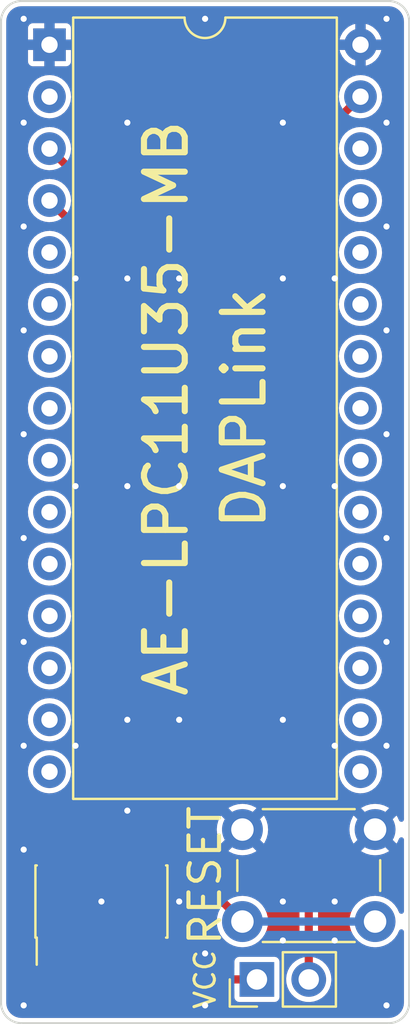
<source format=kicad_pcb>
(kicad_pcb (version 20211014) (generator pcbnew)
  (layers (0 "F.Cu" signal) (31 "B.Cu" signal) (34 "B.Paste" user) (35 "F.Paste" user) (36 "B.SilkS" user "B.Silkscreen") (37 "F.SilkS" user "F.Silkscreen") (38 "B.Mask" user) (39 "F.Mask" user) (44 "Edge.Cuts" user))
  (net 0 "")
  (net 1 "+3.3V")
  (net 2 "/SWDIO")
  (net 3 "GND")
  (net 4 "/SWDCLK")
  (net 5 "/SWO")
  (net 7 "/TDI")
  (net 8 "/nRF_RST")
  (net 9 "+5V")
  (net 34 "VCC")
  (footprint "Connector_PinHeader_1.27mm:PinHeader_2x05_P1.27mm_Vertical_SMD" (layer "F.Cu") (at 129.92 134.05 90)
    (fp_text reference "J1" hide)
    (fp_text value "SWD")
    (fp_line (start -1.765 3.235) (end 1.765 3.235) (layer "F.SilkS") (width 0.12))
    (fp_line (start -1.765 -3.235) (end 1.765 -3.235) (layer "F.SilkS") (width 0.12))
    (fp_line (start -3.09 -3.17) (end -1.765 -3.17) (layer "F.SilkS") (width 0.12))
    (fp_line (start -1.765 -3.235) (end -1.765 -3.17) (layer "F.SilkS") (width 0.12))
    (fp_line (start 1.765 3.17) (end 1.765 3.235) (layer "F.SilkS") (width 0.12))
    (fp_line (start -1.765 3.17) (end -1.765 3.235) (layer "F.SilkS") (width 0.12))
    (fp_line (start 1.765 -3.235) (end 1.765 -3.17) (layer "F.SilkS") (width 0.12))
    (pad "1" smd rect (at -1.95 -2.54 90) (size 2.4 0.74) (layers "F.Cu" "F.Paste" "F.Mask") (net 1 "+3.3V"))
    (pad "2" smd rect (at 1.95 -2.54 90) (size 2.4 0.74) (layers "F.Cu" "F.Paste" "F.Mask") (net 2 "/SWDIO"))
    (pad "3" smd rect (at -1.95 -1.27 90) (size 2.4 0.74) (layers "F.Cu" "F.Paste" "F.Mask") (net 3 "GND"))
    (pad "4" smd rect (at 1.95 -1.27 90) (size 2.4 0.74) (layers "F.Cu" "F.Paste" "F.Mask") (net 4 "/SWDCLK"))
    (pad "5" smd rect (at -1.95 0 90) (size 2.4 0.74) (layers "F.Cu" "F.Paste" "F.Mask") (net 3 "GND"))
    (pad "6" smd rect (at 1.95 0 90) (size 2.4 0.74) (layers "F.Cu" "F.Paste" "F.Mask") (net 5 "/SWO"))
    (pad "7" smd rect (at -1.95 1.27 90) (size 2.4 0.74) (layers "F.Cu" "F.Paste" "F.Mask"))
    (pad "8" smd rect (at 1.95 1.27 90) (size 2.4 0.74) (layers "F.Cu" "F.Paste" "F.Mask") (net 7 "/TDI"))
    (pad "9" smd rect (at -1.95 2.54 90) (size 2.4 0.74) (layers "F.Cu" "F.Paste" "F.Mask") (net 3 "GND"))
    (pad "10" smd rect (at 1.95 2.54 90) (size 2.4 0.74) (layers "F.Cu" "F.Paste" "F.Mask") (net 8 "/nRF_RST"))
  )
  (footprint "Button_Switch_THT:SW_PUSH_6mm_H4.3mm" (layer "F.Cu") (at 143.33 135.03 180)
    (fp_text reference "SW1" hide)
    (fp_text value "SW_Push")
    (fp_line (start 5.5 -1) (end 1 -1) (layer "F.SilkS") (width 0.12))
    (fp_line (start -0.25 1.5) (end -0.25 3) (layer "F.SilkS") (width 0.12))
    (fp_line (start 6.75 3) (end 6.75 1.5) (layer "F.SilkS") (width 0.12))
    (fp_line (start 1 5.5) (end 5.5 5.5) (layer "F.SilkS") (width 0.12))
    (pad "1" thru_hole circle (at 0 0 270) (size 2 2) (drill 1.1) (layers *.Cu *.Mask) (net 8 "/nRF_RST"))
    (pad "1" thru_hole circle (at 6.5 0 270) (size 2 2) (drill 1.1) (layers *.Cu *.Mask) (net 8 "/nRF_RST"))
    (pad "2" thru_hole circle (at 6.5 4.5 270) (size 2 2) (drill 1.1) (layers *.Cu *.Mask) (net 3 "GND"))
    (pad "2" thru_hole circle (at 0 4.5 270) (size 2 2) (drill 1.1) (layers *.Cu *.Mask) (net 3 "GND"))
  )
  (footprint "Package_DIP_extlib:DIP-30_W15.24mm" (layer "F.Cu") (at 127.375 92.14)
    (fp_text reference "J2" hide)
    (fp_text value "AE-LPC11U35-MB")
    (fp_line (start 14.08 36.89) (end 14.08 -1.33) (layer "F.SilkS") (width 0.12))
    (fp_line (start 14.08 -1.33) (end 8.62 -1.33) (layer "F.SilkS") (width 0.12))
    (fp_line (start 6.62 -1.33) (end 1.16 -1.33) (layer "F.SilkS") (width 0.12))
    (fp_line (start 1.16 36.89) (end 14.08 36.89) (layer "F.SilkS") (width 0.12))
    (fp_line (start 1.16 -1.33) (end 1.16 36.89) (layer "F.SilkS") (width 0.12))
    (fp_arc (start 8.62 -1.33) (mid 7.62 -0.33) (end 6.62 -1.33) (layer "F.SilkS") (width 0.12))
    (pad "1" thru_hole rect (at 0 0) (size 1.6 1.6) (drill 0.8) (layers *.Mask "F.Cu" "In1.Cu" "B.Cu") (net 3 "GND"))
    (pad "2" thru_hole oval (at 0 2.54) (size 1.6 1.6) (drill 0.8) (layers *.Mask "F.Cu" "In1.Cu" "B.Cu") (net 9 "+5V"))
    (pad "3" thru_hole oval (at 0 5.08) (size 1.6 1.6) (drill 0.8) (layers *.Mask "F.Cu" "In1.Cu" "B.Cu") (net 4 "/SWDCLK"))
    (pad "4" thru_hole oval (at 0 7.62) (size 1.6 1.6) (drill 0.8) (layers *.Mask "F.Cu" "In1.Cu" "B.Cu") (net 2 "/SWDIO"))
    (pad "5" thru_hole oval (at 0 10.16) (size 1.6 1.6) (drill 0.8) (layers *.Mask "F.Cu" "In1.Cu" "B.Cu"))
    (pad "6" thru_hole oval (at 0 12.7) (size 1.6 1.6) (drill 0.8) (layers *.Mask "F.Cu" "In1.Cu" "B.Cu"))
    (pad "7" thru_hole oval (at 0 15.24) (size 1.6 1.6) (drill 0.8) (layers *.Mask "F.Cu" "In1.Cu" "B.Cu"))
    (pad "8" thru_hole oval (at 0 17.78) (size 1.6 1.6) (drill 0.8) (layers *.Mask "F.Cu" "In1.Cu" "B.Cu"))
    (pad "9" thru_hole oval (at 0 20.32) (size 1.6 1.6) (drill 0.8) (layers *.Mask "F.Cu" "In1.Cu" "B.Cu"))
    (pad "10" thru_hole oval (at 0 22.86) (size 1.6 1.6) (drill 0.8) (layers *.Mask "F.Cu" "In1.Cu" "B.Cu"))
    (pad "11" thru_hole oval (at 0 25.4) (size 1.6 1.6) (drill 0.8) (layers *.Mask "F.Cu" "In1.Cu" "B.Cu"))
    (pad "12" thru_hole oval (at 0 27.94) (size 1.6 1.6) (drill 0.8) (layers *.Mask "F.Cu" "In1.Cu" "B.Cu"))
    (pad "13" thru_hole oval (at 0 30.48) (size 1.6 1.6) (drill 0.8) (layers *.Mask "F.Cu" "In1.Cu" "B.Cu"))
    (pad "14" thru_hole oval (at 0 33.02) (size 1.6 1.6) (drill 0.8) (layers *.Mask "F.Cu" "In1.Cu" "B.Cu"))
    (pad "15" thru_hole oval (at 0 35.56) (size 1.6 1.6) (drill 0.8) (layers *.Mask "F.Cu" "In1.Cu" "B.Cu"))
    (pad "16" thru_hole oval (at 15.24 35.56) (size 1.6 1.6) (drill 0.8) (layers *.Mask "F.Cu" "In1.Cu" "B.Cu"))
    (pad "17" thru_hole oval (at 15.24 33.02) (size 1.6 1.6) (drill 0.8) (layers *.Mask "F.Cu" "In1.Cu" "B.Cu"))
    (pad "18" thru_hole oval (at 15.24 30.48) (size 1.6 1.6) (drill 0.8) (layers *.Mask "F.Cu" "In1.Cu" "B.Cu"))
    (pad "19" thru_hole oval (at 15.24 27.94) (size 1.6 1.6) (drill 0.8) (layers *.Mask "F.Cu" "In1.Cu" "B.Cu"))
    (pad "20" thru_hole oval (at 15.24 25.4) (size 1.6 1.6) (drill 0.8) (layers *.Mask "F.Cu" "In1.Cu" "B.Cu"))
    (pad "21" thru_hole oval (at 15.24 22.86) (size 1.6 1.6) (drill 0.8) (layers *.Mask "F.Cu" "In1.Cu" "B.Cu"))
    (pad "22" thru_hole oval (at 15.24 20.32) (size 1.6 1.6) (drill 0.8) (layers *.Mask "F.Cu" "In1.Cu" "B.Cu"))
    (pad "23" thru_hole oval (at 15.24 17.78) (size 1.6 1.6) (drill 0.8) (layers *.Mask "F.Cu" "In1.Cu" "B.Cu"))
    (pad "24" thru_hole oval (at 15.24 15.24) (size 1.6 1.6) (drill 0.8) (layers *.Mask "F.Cu" "In1.Cu" "B.Cu"))
    (pad "25" thru_hole oval (at 15.24 12.7) (size 1.6 1.6) (drill 0.8) (layers *.Mask "F.Cu" "In1.Cu" "B.Cu"))
    (pad "26" thru_hole oval (at 15.24 10.16) (size 1.6 1.6) (drill 0.8) (layers *.Mask "F.Cu" "In1.Cu" "B.Cu"))
    (pad "27" thru_hole oval (at 15.24 7.62) (size 1.6 1.6) (drill 0.8) (layers *.Mask "F.Cu" "In1.Cu" "B.Cu"))
    (pad "28" thru_hole oval (at 15.24 5.08) (size 1.6 1.6) (drill 0.8) (layers *.Mask "F.Cu" "In1.Cu" "B.Cu"))
    (pad "29" thru_hole oval (at 15.24 2.54) (size 1.6 1.6) (drill 0.8) (layers *.Mask "F.Cu" "In1.Cu" "B.Cu") (net 34 "VCC"))
    (pad "30" thru_hole oval (at 15.24 0) (size 1.6 1.6) (drill 0.8) (layers *.Mask "F.Cu" "In1.Cu" "B.Cu") (net 3 "GND"))
  )
  (footprint "Connector_PinHeader_2.54mm:PinHeader_1x02_P2.54mm_Vertical" (layer "F.Cu") (at 137.54 137.86 90)
    (fp_text reference "JP1" hide)
    (fp_text value "VCC")
    (fp_line (start -1.33 3.87) (end 1.33 3.87) (layer "F.SilkS") (width 0.12))
    (fp_line (start -1.33 1.27) (end -1.33 3.87) (layer "F.SilkS") (width 0.12))
    (fp_line (start -1.33 1.27) (end 1.33 1.27) (layer "F.SilkS") (width 0.12))
    (fp_line (start -1.33 0) (end -1.33 -1.33) (layer "F.SilkS") (width 0.12))
    (fp_line (start 1.33 1.27) (end 1.33 3.87) (layer "F.SilkS") (width 0.12))
    (fp_line (start -1.33 -1.33) (end 0 -1.33) (layer "F.SilkS") (width 0.12))
    (pad "1" thru_hole rect (at 0 0 90) (size 1.7 1.7) (drill 1) (layers *.Cu *.Mask) (net 1 "+3.3V"))
    (pad "2" thru_hole oval (at 0 2.54 90) (size 1.7 1.7) (drill 1) (layers *.Cu *.Mask) (net 34 "VCC"))
  )
  (gr_line (start 145 91) (end 145 139) (layer "Edge.Cuts") (width 0.1))
  (gr_arc (start 125 91) (mid 125.292893 90.292893) (end 126 90) (layer "Edge.Cuts") (width 0.1))
  (gr_line (start 126 90) (end 144 90) (layer "Edge.Cuts") (width 0.1))
  (gr_arc (start 145 139) (mid 144.707107 139.707107) (end 144 140) (layer "Edge.Cuts") (width 0.1))
  (gr_arc (start 144 90) (mid 144.707107 90.292893) (end 145 91) (layer "Edge.Cuts") (width 0.1))
  (gr_line (start 144 140) (end 126 140) (layer "Edge.Cuts") (width 0.1))
  (gr_line (start 125 139) (end 125 91) (layer "Edge.Cuts") (width 0.1))
  (gr_arc (start 126 140) (mid 125.292893 139.707107) (end 125 139) (layer "Edge.Cuts") (width 0.1))
  (gr_text "AE-LPC11U35-MB" (at 133.095 109.92 90) (layer "F.SilkS") (effects (font (size 2 2) (thickness 0.3))))
  (gr_text "RESET" (at 135 132.78 90) (layer "F.SilkS") (effects (font (size 1.5 1.5) (thickness 0.2))))
  (gr_text "VCC" (at 135 137.86 90) (layer "F.SilkS") (effects (font (size 1 1))))
  (gr_text "DAPLink" (at 136.905 109.92 90) (layer "F.SilkS") (effects (font (size 2 2) (thickness 0.3))))
  (segment (start 128.015 138.495) (end 133.73 138.495) (width 0.4) (layer "F.Cu") (net 1))
  (segment (start 127.38 137.86) (end 128.015 138.495) (width 0.4) (layer "F.Cu") (net 1))
  (segment (start 133.73 138.495) (end 134.365 137.86) (width 0.4) (layer "F.Cu") (net 1))
  (segment (start 134.365 137.86) (end 137.54 137.86) (width 0.4) (layer "F.Cu") (net 1))
  (segment (start 127.38 136) (end 127.38 137.86) (width 0.4) (layer "F.Cu") (net 1))
  (segment (start 127.38 130.24) (end 129.92 127.7) (width 0.4) (layer "F.Cu") (net 2))
  (segment (start 129.92 127.7) (end 129.92 102.305) (width 0.4) (layer "F.Cu") (net 2))
  (segment (start 129.92 102.305) (end 127.375 99.76) (width 0.4) (layer "F.Cu") (net 2))
  (segment (start 127.38 132.1) (end 127.38 130.24) (width 0.4) (layer "F.Cu") (net 2))
  (via (at 128.65 103.57) (size 0.6) (drill 0.3) (layers "F.Cu" "B.Cu") (net 3))
  (via (at 131.19 129.605) (size 0.6) (drill 0.3) (layers "F.Cu" "B.Cu") (net 3))
  (via (at 128.65 113.73) (size 0.6) (drill 0.3) (layers "F.Cu" "B.Cu") (net 3))
  (via (at 126.11 131.51) (size 0.6) (drill 0.3) (layers "F.Cu" "B.Cu") (net 3))
  (via (at 143.89 121.35) (size 0.6) (drill 0.3) (layers "F.Cu" "B.Cu") (net 3))
  (via (at 143.89 111.19) (size 0.6) (drill 0.3) (layers "F.Cu" "B.Cu") (net 3))
  (via (at 141.35 113.73) (size 0.6) (drill 0.3) (layers "F.Cu" "B.Cu") (net 3))
  (via (at 143.89 126.43) (size 0.6) (drill 0.3) (layers "F.Cu" "B.Cu") (net 3))
  (via (at 135 136.59) (size 0.6) (drill 0.3) (layers "F.Cu" "B.Cu") (net 3))
  (via (at 126.11 106.11) (size 0.6) (drill 0.3) (layers "F.Cu" "B.Cu") (net 3))
  (via (at 131.19 125.16) (size 0.6) (drill 0.3) (layers "F.Cu" "B.Cu") (net 3))
  (via (at 126.11 90.87) (size 0.6) (drill 0.3) (layers "F.Cu" "B.Cu") (net 3))
  (via (at 143.89 90.87) (size 0.6) (drill 0.3) (layers "F.Cu" "B.Cu") (net 3))
  (via (at 143.89 95.95) (size 0.6) (drill 0.3) (layers "F.Cu" "B.Cu") (net 3))
  (via (at 126.11 111.19) (size 0.6) (drill 0.3) (layers "F.Cu" "B.Cu") (net 3))
  (via (at 138.81 95.95) (size 0.6) (drill 0.3) (layers "F.Cu" "B.Cu") (net 3))
  (via (at 126.11 95.95) (size 0.6) (drill 0.3) (layers "F.Cu" "B.Cu") (net 3))
  (via (at 133.73 134.05) (size 0.6) (drill 0.3) (layers "F.Cu" "B.Cu") (net 3))
  (via (at 143.89 139.13) (size 0.6) (drill 0.3) (layers "F.Cu" "B.Cu") (net 3))
  (via (at 135 139.13) (size 0.6) (drill 0.3) (layers "F.Cu" "B.Cu") (net 3))
  (via (at 141.35 134.05) (size 0.6) (drill 0.3) (layers "F.Cu" "B.Cu") (net 3))
  (via (at 133.73 125.16) (size 0.6) (drill 0.3) (layers "F.Cu" "B.Cu") (net 3))
  (via (at 138.81 125.16) (size 0.6) (drill 0.3) (layers "F.Cu" "B.Cu") (net 3))
  (via (at 133.73 113.73) (size 0.6) (drill 0.3) (layers "F.Cu" "B.Cu") (net 3))
  (via (at 126.11 121.35) (size 0.6) (drill 0.3) (layers "F.Cu" "B.Cu") (net 3))
  (via (at 126.11 101.03) (size 0.6) (drill 0.3) (layers "F.Cu" "B.Cu") (net 3))
  (via (at 138.81 134.05) (size 0.6) (drill 0.3) (layers "F.Cu" "B.Cu") (net 3))
  (via (at 138.81 113.73) (size 0.6) (drill 0.3) (layers "F.Cu" "B.Cu") (net 3))
  (via (at 143.89 101.03) (size 0.6) (drill 0.3) (layers "F.Cu" "B.Cu") (net 3))
  (via (at 141.35 126.43) (size 0.6) (drill 0.3) (layers "F.Cu" "B.Cu") (net 3))
  (via (at 129.92 134.05) (size 0.6) (drill 0.3) (layers "F.Cu" "B.Cu") (net 3))
  (via (at 143.89 116.27) (size 0.6) (drill 0.3) (layers "F.Cu" "B.Cu") (net 3))
  (via (at 138.81 103.57) (size 0.6) (drill 0.3) (layers "F.Cu" "B.Cu") (net 3))
  (via (at 126.11 126.43) (size 0.6) (drill 0.3) (layers "F.Cu" "B.Cu") (net 3))
  (via (at 141.35 103.57) (size 0.6) (drill 0.3) (layers "F.Cu" "B.Cu") (net 3))
  (via (at 138.81 135.955) (size 0.6) (drill 0.3) (layers "F.Cu" "B.Cu") (net 3))
  (via (at 135 90.87) (size 0.6) (drill 0.3) (layers "F.Cu" "B.Cu") (net 3))
  (via (at 143.89 106.11) (size 0.6) (drill 0.3) (layers "F.Cu" "B.Cu") (net 3))
  (via (at 131.19 113.73) (size 0.6) (drill 0.3) (layers "F.Cu" "B.Cu") (net 3))
  (via (at 128.65 126.43) (size 0.6) (drill 0.3) (layers "F.Cu" "B.Cu") (net 3))
  (via (at 133.73 103.57) (size 0.6) (drill 0.3) (layers "F.Cu" "B.Cu") (net 3))
  (via (at 141.35 135.955) (size 0.6) (drill 0.3) (layers "F.Cu" "B.Cu") (net 3))
  (via (at 131.19 95.95) (size 0.6) (drill 0.3) (layers "F.Cu" "B.Cu") (net 3))
  (via (at 131.19 103.57) (size 0.6) (drill 0.3) (layers "F.Cu" "B.Cu") (net 3))
  (via (at 126.11 139.13) (size 0.6) (drill 0.3) (layers "F.Cu" "B.Cu") (net 3))
  (via (at 126.11 116.27) (size 0.6) (drill 0.3) (layers "F.Cu" "B.Cu") (net 3))
  (segment (start 128.65 130.24) (end 132.46 126.43) (width 0.4) (layer "F.Cu") (net 4))
  (segment (start 128.65 132.1) (end 128.65 130.24) (width 0.4) (layer "F.Cu") (net 4))
  (segment (start 132.46 126.43) (end 132.46 102.305) (width 0.4) (layer "F.Cu") (net 4))
  (segment (start 132.46 102.305) (end 127.375 97.22) (width 0.4) (layer "F.Cu") (net 4))
  (segment (start 133.9 132.1) (end 136.83 135.03) (width 0.4) (layer "F.Cu") (net 8))
  (segment (start 132.46 132.1) (end 133.9 132.1) (width 0.4) (layer "F.Cu") (net 8))
  (segment (start 136.83 135.03) (end 143.33 135.03) (width 0.4) (layer "B.Cu") (net 8))
  (segment (start 140.08 137.86) (end 140.08 97.215) (width 0.4) (layer "F.Cu") (net 34))
  (segment (start 140.08 97.215) (end 142.615 94.68) (width 0.4) (layer "F.Cu") (net 34))
  (zone (net 3) (net_name "GND") (layers F&B.Cu) (connect_pads (clearance 0.254)) (min_thickness 0.254) (fill yes (thermal_gap 0.254) (thermal_bridge_width 0.508))
    (polygon (pts (xy 145 140) (xy 125 140) (xy 125 90) (xy 145 90)))
  )
)
</source>
